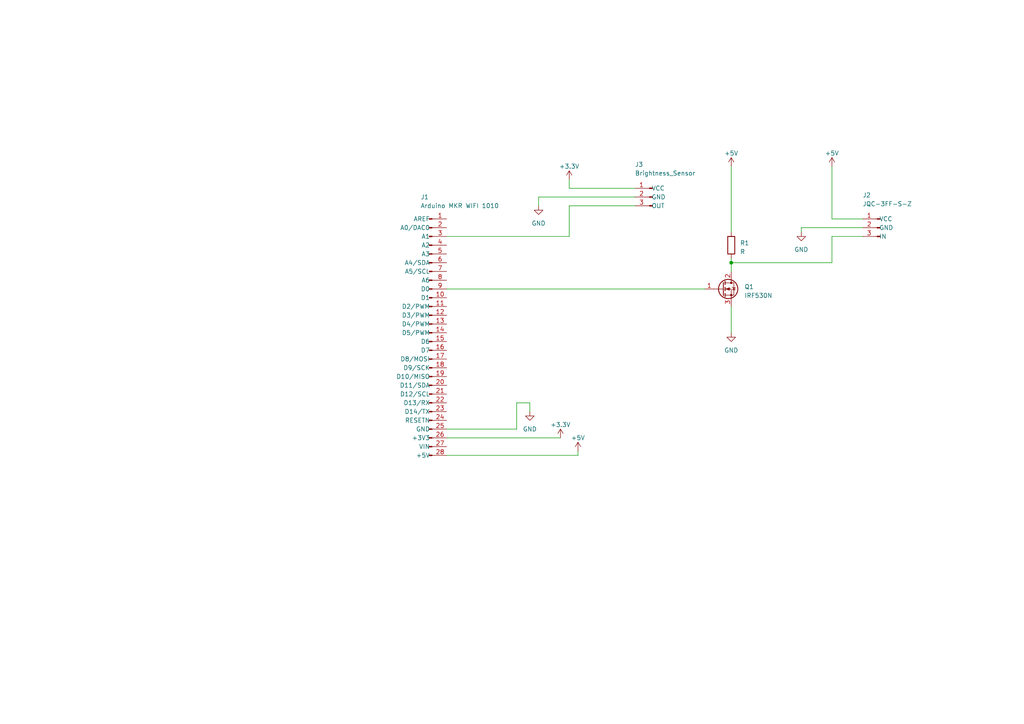
<source format=kicad_sch>
(kicad_sch (version 20230121) (generator eeschema)
  (paper "A4")
  (lib_symbols
    (symbol "Conn_01x03_Pin_1" (pin_names (offset 1.016))
      (property "Reference" "J3" (at -2.54 -6.35 0))
      (property "Value" "Brightness_Sensor" (at -2.54 -3.81 0))
      (symbol "Conn_01x03_Pin_1_1_1"
        (polyline (pts (xy 1.27 -2.54) (xy 0.8636 -2.54)) (stroke (width 0.1524)))
        (polyline (pts (xy 1.27 0) (xy 0.8636 0)) (stroke (width 0.1524)))
        (polyline (pts (xy 1.27 2.54) (xy 0.8636 2.54)) (stroke (width 0.1524)))
        (rectangle (start 0.8636 -2.413) (end 0 -2.667) (stroke (width 0.1524)) (fill (type outline)))
        (rectangle (start 0.8636 0.127) (end 0 -0.127) (stroke (width 0.1524)) (fill (type outline)))
        (rectangle (start 0.8636 2.667) (end 0 2.413) (stroke (width 0.1524)) (fill (type outline)))
        (pin passive line (at 5.08 2.54 180) (length 3.81) (name "VCC") (number "1"))
        (pin passive line (at 5.08 0 180) (length 3.81) (name "GND") (number "2"))
        (pin passive line (at 5.08 -2.54 180) (length 3.81) (name "OUT") (number "3"))
      )
    )
    (symbol "New_Library:Conn_01x03_Pin" (pin_names (offset 1.016))
      (property "Reference" "J2" (at 1.27 0.635 0))
      (property "Value" "JQC-3FF-S-Z" (at 1.27 -1.905 0))
      (symbol "Conn_01x03_Pin_1_1"
        (polyline (pts (xy 1.27 -2.54) (xy 0.8636 -2.54)) (stroke (width 0.1524)))
        (polyline (pts (xy 1.27 0) (xy 0.8636 0)) (stroke (width 0.1524)))
        (polyline (pts (xy 1.27 2.54) (xy 0.8636 2.54)) (stroke (width 0.1524)))
        (rectangle (start 0.8636 -2.413) (end 0 -2.667) (stroke (width 0.1524)) (fill (type outline)))
        (rectangle (start 0.8636 0.127) (end 0 -0.127) (stroke (width 0.1524)) (fill (type outline)))
        (rectangle (start 0.8636 2.667) (end 0 2.413) (stroke (width 0.1524)) (fill (type outline)))
        (pin passive line (at 5.08 2.54 180) (length 3.81) (name "VCC") (number "1"))
        (pin passive line (at 5.08 0 180) (length 3.81) (name "GND") (number "2"))
        (pin passive line (at 5.08 -2.54 180) (length 3.81) (name "IN") (number "3"))
      )
    )
    (symbol "New_Library:Conn_01x28_Pin" (pin_names (offset 1.016))
      (property "Reference" "J1" (at -1.27 39.37 0))
      (property "Value" "Arduino MKR WIFI 1010" (at 8.89 36.83 0))
      (symbol "Conn_01x28_Pin_1_1"
        (polyline (pts (xy 1.27 -35.56) (xy 0.8636 -35.56)) (stroke (width 0.1524)))
        (polyline (pts (xy 1.27 -33.02) (xy 0.8636 -33.02)) (stroke (width 0.1524)))
        (polyline (pts (xy 1.27 -30.48) (xy 0.8636 -30.48)) (stroke (width 0.1524)))
        (polyline (pts (xy 1.27 -27.94) (xy 0.8636 -27.94)) (stroke (width 0.1524)))
        (polyline (pts (xy 1.27 -25.4) (xy 0.8636 -25.4)) (stroke (width 0.1524)))
        (polyline (pts (xy 1.27 -22.86) (xy 0.8636 -22.86)) (stroke (width 0.1524)))
        (polyline (pts (xy 1.27 -20.32) (xy 0.8636 -20.32)) (stroke (width 0.1524)))
        (polyline (pts (xy 1.27 -17.78) (xy 0.8636 -17.78)) (stroke (width 0.1524)))
        (polyline (pts (xy 1.27 -15.24) (xy 0.8636 -15.24)) (stroke (width 0.1524)))
        (polyline (pts (xy 1.27 -12.7) (xy 0.8636 -12.7)) (stroke (width 0.1524)))
        (polyline (pts (xy 1.27 -10.16) (xy 0.8636 -10.16)) (stroke (width 0.1524)))
        (polyline (pts (xy 1.27 -7.62) (xy 0.8636 -7.62)) (stroke (width 0.1524)))
        (polyline (pts (xy 1.27 -5.08) (xy 0.8636 -5.08)) (stroke (width 0.1524)))
        (polyline (pts (xy 1.27 -2.54) (xy 0.8636 -2.54)) (stroke (width 0.1524)))
        (polyline (pts (xy 1.27 0) (xy 0.8636 0)) (stroke (width 0.1524)))
        (polyline (pts (xy 1.27 2.54) (xy 0.8636 2.54)) (stroke (width 0.1524)))
        (polyline (pts (xy 1.27 5.08) (xy 0.8636 5.08)) (stroke (width 0.1524)))
        (polyline (pts (xy 1.27 7.62) (xy 0.8636 7.62)) (stroke (width 0.1524)))
        (polyline (pts (xy 1.27 10.16) (xy 0.8636 10.16)) (stroke (width 0.1524)))
        (polyline (pts (xy 1.27 12.7) (xy 0.8636 12.7)) (stroke (width 0.1524)))
        (polyline (pts (xy 1.27 15.24) (xy 0.8636 15.24)) (stroke (width 0.1524)))
        (polyline (pts (xy 1.27 17.78) (xy 0.8636 17.78)) (stroke (width 0.1524)))
        (polyline (pts (xy 1.27 20.32) (xy 0.8636 20.32)) (stroke (width 0.1524)))
        (polyline (pts (xy 1.27 22.86) (xy 0.8636 22.86)) (stroke (width 0.1524)))
        (polyline (pts (xy 1.27 25.4) (xy 0.8636 25.4)) (stroke (width 0.1524)))
        (polyline (pts (xy 1.27 27.94) (xy 0.8636 27.94)) (stroke (width 0.1524)))
        (polyline (pts (xy 1.27 30.48) (xy 0.8636 30.48)) (stroke (width 0.1524)))
        (polyline (pts (xy 1.27 33.02) (xy 0.8636 33.02)) (stroke (width 0.1524)))
        (rectangle (start 0.8636 -35.433) (end 0 -35.687) (stroke (width 0.1524)) (fill (type outline)))
        (rectangle (start 0.8636 -32.893) (end 0 -33.147) (stroke (width 0.1524)) (fill (type outline)))
        (rectangle (start 0.8636 -30.353) (end 0 -30.607) (stroke (width 0.1524)) (fill (type outline)))
        (rectangle (start 0.8636 -27.813) (end 0 -28.067) (stroke (width 0.1524)) (fill (type outline)))
        (rectangle (start 0.8636 -25.273) (end 0 -25.527) (stroke (width 0.1524)) (fill (type outline)))
        (rectangle (start 0.8636 -22.733) (end 0 -22.987) (stroke (width 0.1524)) (fill (type outline)))
        (rectangle (start 0.8636 -20.193) (end 0 -20.447) (stroke (width 0.1524)) (fill (type outline)))
        (rectangle (start 0.8636 -17.653) (end 0 -17.907) (stroke (width 0.1524)) (fill (type outline)))
        (rectangle (start 0.8636 -15.113) (end 0 -15.367) (stroke (width 0.1524)) (fill (type outline)))
        (rectangle (start 0.8636 -12.573) (end 0 -12.827) (stroke (width 0.1524)) (fill (type outline)))
        (rectangle (start 0.8636 -10.033) (end 0 -10.287) (stroke (width 0.1524)) (fill (type outline)))
        (rectangle (start 0.8636 -7.493) (end 0 -7.747) (stroke (width 0.1524)) (fill (type outline)))
        (rectangle (start 0.8636 -4.953) (end 0 -5.207) (stroke (width 0.1524)) (fill (type outline)))
        (rectangle (start 0.8636 -2.413) (end 0 -2.667) (stroke (width 0.1524)) (fill (type outline)))
        (rectangle (start 0.8636 0.127) (end 0 -0.127) (stroke (width 0.1524)) (fill (type outline)))
        (rectangle (start 0.8636 2.667) (end 0 2.413) (stroke (width 0.1524)) (fill (type outline)))
        (rectangle (start 0.8636 5.207) (end 0 4.953) (stroke (width 0.1524)) (fill (type outline)))
        (rectangle (start 0.8636 7.747) (end 0 7.493) (stroke (width 0.1524)) (fill (type outline)))
        (rectangle (start 0.8636 10.287) (end 0 10.033) (stroke (width 0.1524)) (fill (type outline)))
        (rectangle (start 0.8636 12.827) (end 0 12.573) (stroke (width 0.1524)) (fill (type outline)))
        (rectangle (start 0.8636 15.367) (end 0 15.113) (stroke (width 0.1524)) (fill (type outline)))
        (rectangle (start 0.8636 17.907) (end 0 17.653) (stroke (width 0.1524)) (fill (type outline)))
        (rectangle (start 0.8636 20.447) (end 0 20.193) (stroke (width 0.1524)) (fill (type outline)))
        (rectangle (start 0.8636 22.987) (end 0 22.733) (stroke (width 0.1524)) (fill (type outline)))
        (rectangle (start 0.8636 25.527) (end 0 25.273) (stroke (width 0.1524)) (fill (type outline)))
        (rectangle (start 0.8636 28.067) (end 0 27.813) (stroke (width 0.1524)) (fill (type outline)))
        (rectangle (start 0.8636 30.607) (end 0 30.353) (stroke (width 0.1524)) (fill (type outline)))
        (rectangle (start 0.8636 33.147) (end 0 32.893) (stroke (width 0.1524)) (fill (type outline)))
        (pin passive line (at 5.08 33.02 180) (length 3.81) (name "AREF") (number "1"))
        (pin passive line (at 5.08 10.16 180) (length 3.81) (name "D1") (number "10"))
        (pin passive line (at 5.08 7.62 180) (length 3.81) (name "D2/PWM") (number "11"))
        (pin passive line (at 5.08 5.08 180) (length 3.81) (name "D3/PWM") (number "12"))
        (pin passive line (at 5.08 2.54 180) (length 3.81) (name "D4/PWM") (number "13"))
        (pin passive line (at 5.08 0 180) (length 3.81) (name "D5/PWM") (number "14"))
        (pin passive line (at 5.08 -2.54 180) (length 3.81) (name "D6") (number "15"))
        (pin passive line (at 5.08 -5.08 180) (length 3.81) (name "D7") (number "16"))
        (pin passive line (at 5.08 -7.62 180) (length 3.81) (name "D8/MOSI") (number "17"))
        (pin passive line (at 5.08 -10.16 180) (length 3.81) (name "D9/SCK") (number "18"))
        (pin passive line (at 5.08 -12.7 180) (length 3.81) (name "D10/MISO") (number "19"))
        (pin passive line (at 5.08 30.48 180) (length 3.81) (name "A0/DAC0") (number "2"))
        (pin passive line (at 5.08 -15.24 180) (length 3.81) (name "D11/SDA") (number "20"))
        (pin passive line (at 5.08 -17.78 180) (length 3.81) (name "D12/SCL") (number "21"))
        (pin passive line (at 5.08 -20.32 180) (length 3.81) (name "D13/RX") (number "22"))
        (pin passive line (at 5.08 -22.86 180) (length 3.81) (name "D14/TX") (number "23"))
        (pin passive line (at 5.08 -25.4 180) (length 3.81) (name "RESETN") (number "24"))
        (pin passive line (at 5.08 -27.94 180) (length 3.81) (name "GND") (number "25"))
        (pin passive line (at 5.08 -30.48 180) (length 3.81) (name "+3V3") (number "26"))
        (pin passive line (at 5.08 -33.02 180) (length 3.81) (name "VIN") (number "27"))
        (pin passive line (at 5.08 -35.56 180) (length 3.81) (name "+5V") (number "28"))
        (pin passive line (at 5.08 27.94 180) (length 3.81) (name "A1") (number "3"))
        (pin passive line (at 5.08 25.4 180) (length 3.81) (name "A2") (number "4"))
        (pin passive line (at 5.08 22.86 180) (length 3.81) (name "A3") (number "5"))
        (pin passive line (at 5.08 20.32 180) (length 3.81) (name "A4/SDA") (number "6"))
        (pin passive line (at 5.08 17.78 180) (length 3.81) (name "A5/SCL") (number "7"))
        (pin passive line (at 5.08 15.24 180) (length 3.81) (name "A6") (number "8"))
        (pin output line (at 5.08 12.7 180) (length 3.81) (name "D0") (number "9"))
      )
    )
    (symbol "New_Library:IRF530N" (pin_names hide)
      (property "Reference" "Q1" (at 6.35 0.635 0))
      (property "Value" "IRF530N" (at 6.35 -1.905 0))
      (symbol "IRF530N_0_1"
        (polyline (pts (xy 0.254 0) (xy -2.54 0)))
        (polyline (pts (xy 0.254 1.905) (xy 0.254 -1.905)) (stroke (width 0.254)))
        (polyline (pts (xy 0.762 -1.27) (xy 0.762 -2.286)) (stroke (width 0.254)))
        (polyline (pts (xy 0.762 0.508) (xy 0.762 -0.508)) (stroke (width 0.254)))
        (polyline (pts (xy 0.762 2.286) (xy 0.762 1.27)) (stroke (width 0.254)))
        (polyline (pts (xy 2.54 2.54) (xy 2.54 1.778)))
        (polyline (pts (xy 2.54 -2.54) (xy 2.54 0) (xy 0.762 0)))
        (polyline (pts (xy 0.762 -1.778) (xy 3.302 -1.778) (xy 3.302 1.778) (xy 0.762 1.778)))
        (polyline (pts (xy 1.016 0) (xy 2.032 0.381) (xy 2.032 -0.381) (xy 1.016 0)) (fill (type outline)))
        (polyline (pts (xy 2.794 0.508) (xy 2.921 0.381) (xy 3.683 0.381) (xy 3.81 0.254)))
        (polyline (pts (xy 3.302 0.381) (xy 2.921 -0.254) (xy 3.683 -0.254) (xy 3.302 0.381)))
        (circle (center 1.651 0) (radius 2.794) (stroke (width 0.254)))
        (circle (center 2.54 -1.778) (radius 0.254) (fill (type outline)))
        (circle (center 2.54 1.778) (radius 0.254) (fill (type outline)))
      )
      (symbol "IRF530N_1_1"
        (pin input line (at -5.08 0 0) (length 2.54) (name "G") (number "1"))
        (pin passive line (at 2.54 5.08 270) (length 2.54) (name "D") (number "2"))
        (pin passive line (at 2.54 -5.08 90) (length 2.54) (name "S") (number "3"))
      )
    )
    (symbol "New_Library:R" (pin_numbers hide) (pin_names (offset 0))
      (property "Reference" "R" (at 2.032 0 90))
      (property "Value" "R" (at 0 0 90))
      (symbol "R_0_1"
        (rectangle (start -1.016 -2.54) (end 1.016 2.54) (stroke (width 0.254)))
      )
      (symbol "R_1_1"
        (pin passive line (at 0 3.81 270) (length 1.27) (name "~") (number "1"))
        (pin passive line (at 0 -3.81 90) (length 1.27) (name "~") (number "2"))
      )
    )
    (symbol "power:+3.3V" (power) (pin_names (offset 0))
      (property "Value" "+3.3V" (at 0 3.556 0))
      (symbol "+3.3V_0_1"
        (polyline (pts (xy -0.762 1.27) (xy 0 2.54)))
        (polyline (pts (xy 0 0) (xy 0 2.54)))
        (polyline (pts (xy 0 2.54) (xy 0.762 1.27)))
      )
      (symbol "+3.3V_1_1"
        (pin power_in line (at 0 0 90) (length 0) hide (name "+3.3V") (number "1"))
      )
    )
    (symbol "power:+5V" (power) (pin_names (offset 0))
      (property "Value" "+5V" (at 0 3.556 0))
      (symbol "+5V_0_1"
        (polyline (pts (xy -0.762 1.27) (xy 0 2.54)))
        (polyline (pts (xy 0 0) (xy 0 2.54)))
        (polyline (pts (xy 0 2.54) (xy 0.762 1.27)))
      )
      (symbol "+5V_1_1"
        (pin power_in line (at 0 0 90) (length 0) hide (name "+5V") (number "1"))
      )
    )
    (symbol "power:GND" (power) (pin_names (offset 0))
      (property "Value" "GND" (at 0 -3.81 0))
      (symbol "GND_0_1"
        (polyline (pts (xy 0 0) (xy 0 -1.27) (xy 1.27 -1.27) (xy 0 -2.54) (xy -1.27 -1.27) (xy 0 -1.27)))
      )
      (symbol "GND_1_1"
        (pin power_in line (at 0 0 270) (length 0) hide (name "GND") (number "1"))
      )
    )
  )
  (junction (at 212.09 76.2))
  (wire (pts (xy 129.54 132.08) (xy 167.64 132.08)))
  (wire (pts (xy 250.19 68.58) (xy 241.3 68.58)))
  (wire (pts (xy 129.54 83.82) (xy 204.47 83.82)))
  (wire (pts (xy 153.67 116.84) (xy 153.67 119.38)))
  (wire (pts (xy 212.09 76.2) (xy 212.09 78.74)))
  (wire (pts (xy 162.56 127) (xy 129.54 127)))
  (wire (pts (xy 167.64 130.81) (xy 167.64 132.08)))
  (wire (pts (xy 184.15 54.61) (xy 165.1 54.61)))
  (wire (pts (xy 241.3 68.58) (xy 241.3 76.2)))
  (wire (pts (xy 156.21 57.15) (xy 156.21 59.69)))
  (wire (pts (xy 165.1 54.61) (xy 165.1 52.07)))
  (wire (pts (xy 212.09 88.9) (xy 212.09 96.52)))
  (wire (pts (xy 149.86 116.84) (xy 153.67 116.84)))
  (wire (pts (xy 149.86 124.46) (xy 129.54 124.46)))
  (wire (pts (xy 149.86 116.84) (xy 149.86 124.46)))
  (wire (pts (xy 232.41 66.04) (xy 232.41 67.31)))
  (wire (pts (xy 212.09 76.2) (xy 241.3 76.2)))
  (wire (pts (xy 184.15 59.69) (xy 165.1 59.69)))
  (wire (pts (xy 241.3 63.5) (xy 250.19 63.5)))
  (wire (pts (xy 212.09 74.93) (xy 212.09 76.2)))
  (wire (pts (xy 165.1 68.58) (xy 129.54 68.58)))
  (wire (pts (xy 212.09 48.26) (xy 212.09 67.31)))
  (wire (pts (xy 184.15 57.15) (xy 156.21 57.15)))
  (wire (pts (xy 241.3 48.26) (xy 241.3 63.5)))
  (wire (pts (xy 250.19 66.04) (xy 232.41 66.04)))
  (wire (pts (xy 165.1 59.69) (xy 165.1 68.58)))
  (symbol (lib_id "New_Library:IRF530N") (at 209.55 83.82 0) (unit 1)
    (property "Reference" "Q1" (at 215.9 83.185 0) (effects (justify left)))
    (property "Value" "IRF530N" (at 215.9 85.725 0) (effects (justify left)))
    (property "Footprint" "Package_TO_SOT_THT:TO-220-3_Vertical" (effects hide))
    (property "Datasheet" "https://www.infineon.com/dgdl/irf530npbf.pdf?fileId=5546d462533600a4015355e386b1199a" (effects hide))
  )
  (symbol (lib_id "New_Library:Conn_01x03_Pin") (at 255.27 66.04 0) (mirror y) (unit 1)
    (property "Reference" "J2" (at 250.19 55.88 0) (effects (justify right top)))
    (property "Value" "JQC-3FF-S-Z" (at 250.19 58.42 0) (effects (justify right top)))
  )
  (symbol (lib_id "power:+3.3V") (at 162.56 127 0) (unit 1)
    (property "Reference" "#PWR01" (effects hide))
    (property "Value" "+3.3V" (at 162.56 123.19 0))
  )
  (symbol (lib_id "power:GND") (at 156.21 59.69 0) (unit 1)
    (property "Reference" "#PWR07" (effects hide))
    (property "Value" "GND" (at 156.21 64.77 0))
  )
  (symbol (lib_id "New_Library:R") (at 212.09 71.12 0) (unit 1)
    (property "Reference" "R1" (at 214.63 70.485 0) (effects (justify left)))
    (property "Value" "R" (at 214.63 73.025 0) (effects (justify left)))
  )
  (symbol (lib_id "power:+5V") (at 167.64 130.81 0) (unit 1)
    (property "Reference" "#PWR04" (effects hide))
    (property "Value" "+5V" (at 167.64 127 0))
  )
  (symbol (lib_id "power:+3.3V") (at 165.1 52.07 0) (unit 1)
    (property "Reference" "#PWR06" (effects hide))
    (property "Value" "+3.3V" (at 165.1 48.26 0))
  )
  (symbol (lib_id "power:GND") (at 212.09 96.52 0) (unit 1)
    (property "Reference" "#PWR03" (effects hide))
    (property "Value" "GND" (at 212.09 101.6 0))
  )
  (symbol (lib_id "New_Library:Conn_01x28_Pin") (at 124.46 96.52 0) (unit 1)
    (property "Reference" "J1" (at 123.19 57.15 0))
    (property "Value" "Arduino MKR WIFI 1010" (at 133.35 59.69 0))
    (property "Datasheet" "https://docs.arduino.cc/static/98094c6bdb399ae4b2b2801cecfbeb3e/ABX00023-datasheet.pdf" (effects hide))
  )
  (symbol (lib_id "power:+5V") (at 212.09 48.26 0) (unit 1)
    (property "Reference" "#PWR02" (effects hide))
    (property "Value" "+5V" (at 212.09 44.45 0))
  )
  (symbol (lib_name "Conn_01x03_Pin_1") (lib_id "New_Library:Conn_01x03_Pin_1") (at 189.23 57.15 0) (mirror y) (unit 1)
    (property "Reference" "J3" (at 184.15 46.99 0) (effects (justify right top)))
    (property "Value" "Brightness_Sensor" (at 184.15 49.53 0) (effects (justify right top)))
  )
  (symbol (lib_id "power:+5V") (at 241.3 48.26 0) (unit 1)
    (property "Reference" "#PWR09" (effects hide))
    (property "Value" "+5V" (at 241.3 44.45 0))
  )
  (symbol (lib_id "power:GND") (at 232.41 67.31 0) (unit 1)
    (property "Reference" "#PWR08" (effects hide))
    (property "Value" "GND" (at 232.41 72.39 0))
  )
  (symbol (lib_id "power:GND") (at 153.67 119.38 0) (unit 1)
    (property "Reference" "#PWR05" (effects hide))
    (property "Value" "GND" (at 153.67 124.46 0))
  )
)
</source>
